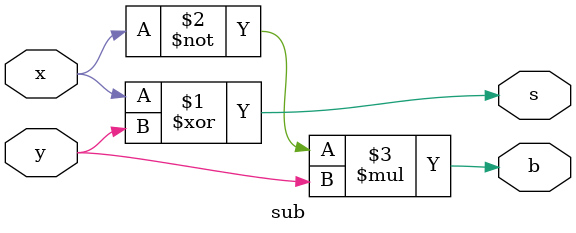
<source format=v>
`timescale 1ns / 1ps


module sub(x,y,b,s);

input x,y;
output b,s;
assign s=x^y;
assign b=~x*y;

endmodule

</source>
